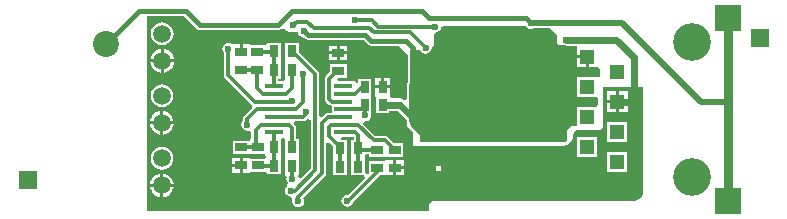
<source format=gbl>
G04*
G04 #@! TF.GenerationSoftware,Altium Limited,Altium Designer,20.2.8 (258)*
G04*
G04 Layer_Physical_Order=2*
G04 Layer_Color=16711680*
%FSLAX44Y44*%
%MOMM*%
G71*
G04*
G04 #@! TF.SameCoordinates,4D5F3794-43FA-4540-8921-81CDE4861B0F*
G04*
G04*
G04 #@! TF.FilePolarity,Positive*
G04*
G01*
G75*
%ADD12R,0.7500X1.0000*%
%ADD14R,1.5000X1.5000*%
%ADD16R,1.0000X0.7500*%
%ADD39C,0.3000*%
%ADD45C,0.4000*%
%ADD46C,0.5000*%
%ADD47C,0.6000*%
%ADD48C,0.8000*%
%ADD49C,0.3500*%
%ADD50C,1.5000*%
%ADD51C,3.2000*%
%ADD52R,2.2000X2.2000*%
%ADD53R,1.3000X1.3000*%
%ADD54C,2.2000*%
%ADD55C,0.6000*%
%ADD56R,1.5000X0.4000*%
G36*
X431657Y70500D02*
X432395Y69395D01*
X434049Y68290D01*
X436000Y67902D01*
X437951Y68290D01*
X438133Y68412D01*
X452588D01*
X458000Y63000D01*
Y56000D01*
X460000Y54000D01*
X465508D01*
X466000Y53902D01*
X472481D01*
X474810Y53490D01*
X474810Y51402D01*
Y45720D01*
X483850D01*
Y44450D01*
X485120D01*
Y35410D01*
X492500D01*
X492890Y35410D01*
X495000Y34469D01*
Y27494D01*
X494850Y27394D01*
X492350Y27550D01*
Y27550D01*
X475350D01*
Y10550D01*
X490500D01*
X492350Y10550D01*
X493000Y8319D01*
Y4381D01*
X492350Y2150D01*
X475350D01*
Y-14000D01*
X471000D01*
X467000Y-18000D01*
Y-25000D01*
X464000Y-28000D01*
X342000D01*
Y-19000D01*
X333000Y-10000D01*
Y20095D01*
X333211Y21155D01*
X333617Y21763D01*
X333694Y21949D01*
X333806Y22116D01*
X333845Y22313D01*
X333922Y22498D01*
Y22699D01*
X333961Y22896D01*
Y46155D01*
X333957Y46175D01*
X333960Y46196D01*
X333879Y46565D01*
X333806Y46935D01*
X333794Y46952D01*
X333789Y46973D01*
X333573Y47283D01*
X333428Y47500D01*
X333649Y48615D01*
X334090Y50000D01*
X342323D01*
X343395Y48395D01*
X345049Y47290D01*
X347000Y46902D01*
X348951Y47290D01*
X350605Y48395D01*
X351710Y50049D01*
X352098Y52000D01*
X352082Y52082D01*
X354000Y54000D01*
Y62754D01*
X355000Y64902D01*
X356951Y65290D01*
X358605Y66395D01*
X359710Y68049D01*
X360098Y70000D01*
X362547Y70500D01*
X431657Y70500D01*
D02*
G37*
G36*
X153116Y68116D02*
X153116Y68116D01*
X154439Y67232D01*
X156000Y66922D01*
X222000D01*
X222000Y66922D01*
X223561Y67232D01*
X224378Y67778D01*
X225490Y67992D01*
X227818Y67515D01*
X228290Y67042D01*
X229757Y66062D01*
X231387Y65387D01*
X233118Y65043D01*
X234000Y65000D01*
X239101D01*
X239290Y64049D01*
X240395Y62395D01*
X242049Y61290D01*
X243164Y61068D01*
X244116Y60116D01*
X244116Y60116D01*
X245439Y59232D01*
X247000Y58922D01*
X247000Y58922D01*
X294311D01*
X298116Y55116D01*
X299439Y54232D01*
X301000Y53922D01*
X301000Y53922D01*
X323834D01*
X331922Y46155D01*
Y22896D01*
X331290Y21951D01*
X330902Y20000D01*
Y8556D01*
X329617Y8024D01*
X328402Y7740D01*
X326951Y8710D01*
X325000Y9098D01*
X317243D01*
X316910Y11460D01*
X316910Y13276D01*
Y17730D01*
X310620D01*
X304330D01*
Y13276D01*
X304330Y11460D01*
X304870Y9184D01*
Y-3000D01*
X316370D01*
Y-1098D01*
X322888D01*
X330902Y-9112D01*
Y-12000D01*
X331290Y-13951D01*
X332395Y-15605D01*
X336000Y-19210D01*
Y-31000D01*
X463000D01*
X463882Y-30957D01*
X465613Y-30613D01*
X467243Y-29938D01*
X468710Y-28958D01*
X469958Y-27710D01*
X470938Y-26243D01*
X471613Y-24613D01*
X471957Y-22882D01*
X472000Y-22000D01*
Y-21204D01*
X472609Y-19734D01*
X473734Y-18609D01*
X475204Y-18000D01*
X493000D01*
X493781Y-17924D01*
X495223Y-17327D01*
X496327Y-16223D01*
X496924Y-14781D01*
X497000Y-14000D01*
X497000Y19000D01*
X531000D01*
Y-69000D01*
X531000Y-69000D01*
Y-69886D01*
X530654Y-71625D01*
X529976Y-73263D01*
X528991Y-74737D01*
X527737Y-75991D01*
X526263Y-76976D01*
X524625Y-77654D01*
X522886Y-78000D01*
X522000Y-78000D01*
X354000D01*
X354000Y-78000D01*
X353220Y-78077D01*
X351778Y-78674D01*
X350674Y-79778D01*
X350077Y-81220D01*
X350000Y-82000D01*
Y-86000D01*
X111000Y-86000D01*
Y78922D01*
X142311D01*
X153116Y68116D01*
D02*
G37*
%LPC*%
G36*
X482580Y43180D02*
X474810D01*
Y35410D01*
X482580D01*
Y43180D01*
D02*
G37*
G36*
X124000Y73582D02*
X121520Y73256D01*
X119209Y72298D01*
X117225Y70775D01*
X115702Y68791D01*
X114745Y66480D01*
X114418Y64000D01*
X114745Y61520D01*
X115702Y59209D01*
X117225Y57224D01*
X119209Y55702D01*
X121520Y54745D01*
X124000Y54418D01*
X126480Y54745D01*
X128791Y55702D01*
X130775Y57224D01*
X132298Y59209D01*
X133256Y61520D01*
X133582Y64000D01*
X133256Y66480D01*
X132298Y68791D01*
X130775Y70775D01*
X128791Y72298D01*
X126480Y73256D01*
X124000Y73582D01*
D02*
G37*
G36*
X280540Y53910D02*
X274270D01*
Y48890D01*
X280540D01*
Y53910D01*
D02*
G37*
G36*
X271730D02*
X265460D01*
Y48890D01*
X271730D01*
Y53910D01*
D02*
G37*
G36*
X125270Y50959D02*
Y42270D01*
X133959D01*
X133782Y43621D01*
X132770Y46063D01*
X131161Y48161D01*
X129063Y49770D01*
X126621Y50782D01*
X125270Y50959D01*
D02*
G37*
G36*
X122730D02*
X121379Y50782D01*
X118937Y49770D01*
X116839Y48161D01*
X115230Y46063D01*
X114218Y43621D01*
X114041Y42270D01*
X122730D01*
Y50959D01*
D02*
G37*
G36*
X280540Y46350D02*
X274270D01*
Y41330D01*
X280540D01*
Y46350D01*
D02*
G37*
G36*
X271730D02*
X265460D01*
Y41330D01*
X271730D01*
Y46350D01*
D02*
G37*
G36*
X133959Y39730D02*
X125270D01*
Y31041D01*
X126621Y31218D01*
X129063Y32230D01*
X131161Y33839D01*
X132770Y35937D01*
X133782Y38379D01*
X133959Y39730D01*
D02*
G37*
G36*
X122730D02*
X114041D01*
X114218Y38379D01*
X115230Y35937D01*
X116839Y33839D01*
X118937Y32230D01*
X121379Y31218D01*
X122730Y31041D01*
Y39730D01*
D02*
G37*
G36*
X316910Y26540D02*
X311890D01*
Y20270D01*
X316910D01*
Y26540D01*
D02*
G37*
G36*
X309350D02*
X304330D01*
Y20270D01*
X309350D01*
Y26540D01*
D02*
G37*
G36*
X518290Y15390D02*
X510520D01*
Y7620D01*
X518290D01*
Y15390D01*
D02*
G37*
G36*
X507980D02*
X500210D01*
Y7620D01*
X507980D01*
Y15390D01*
D02*
G37*
G36*
X123730Y21132D02*
X121250Y20805D01*
X118939Y19848D01*
X116955Y18326D01*
X115432Y16341D01*
X114475Y14030D01*
X114148Y11550D01*
X114475Y9070D01*
X115432Y6759D01*
X116955Y4775D01*
X118939Y3252D01*
X121250Y2295D01*
X123730Y1968D01*
X126210Y2295D01*
X128521Y3252D01*
X130506Y4775D01*
X132028Y6759D01*
X132985Y9070D01*
X133312Y11550D01*
X132985Y14030D01*
X132028Y16341D01*
X130506Y18326D01*
X128521Y19848D01*
X126210Y20805D01*
X123730Y21132D01*
D02*
G37*
G36*
X518290Y5080D02*
X510520D01*
Y-2690D01*
X518290D01*
Y5080D01*
D02*
G37*
G36*
X507980D02*
X500210D01*
Y-2690D01*
X507980D01*
Y5080D01*
D02*
G37*
G36*
X180000Y56098D02*
X178049Y55710D01*
X176395Y54605D01*
X175290Y52951D01*
X174902Y51000D01*
X175290Y49049D01*
X176177Y47722D01*
Y29000D01*
X176468Y27537D01*
X177296Y26296D01*
X199796Y3796D01*
X200253Y810D01*
X200224Y733D01*
X193477Y-6015D01*
X192703Y-7173D01*
X192431Y-8539D01*
Y-9371D01*
X192395Y-9395D01*
X191290Y-11049D01*
X190902Y-13000D01*
X191290Y-14951D01*
X192395Y-16605D01*
X194049Y-17710D01*
X196000Y-18098D01*
X196971Y-17905D01*
X199111Y-19291D01*
X199431Y-19727D01*
Y-24723D01*
X198000Y-26630D01*
X184000D01*
Y-38130D01*
X195500D01*
X198000Y-38130D01*
Y-38130D01*
X198000D01*
Y-38130D01*
X210606D01*
X211675Y-40630D01*
X210490Y-41870D01*
X198540D01*
Y-41330D01*
X192270D01*
Y-47620D01*
Y-53910D01*
X198540D01*
Y-53370D01*
X212000D01*
X212630Y-55000D01*
X224130D01*
Y-41000D01*
X224130D01*
Y-39000D01*
X224130D01*
Y-25000D01*
X226000Y-23507D01*
X227870Y-25000D01*
X227870Y-25826D01*
Y-39000D01*
X227870D01*
Y-41000D01*
X227870D01*
Y-55000D01*
X227870D01*
X228962Y-57048D01*
X229200Y-57500D01*
X228902Y-59000D01*
X229290Y-60951D01*
X230092Y-62151D01*
X230359Y-62747D01*
X229733Y-65169D01*
X229395Y-65395D01*
X228290Y-67049D01*
X227902Y-69000D01*
X228290Y-70951D01*
X229395Y-72605D01*
X231049Y-73710D01*
X232635Y-74026D01*
X233559Y-75154D01*
X234219Y-76404D01*
X233902Y-78000D01*
X234290Y-79951D01*
X235395Y-81605D01*
X237049Y-82710D01*
X239000Y-83098D01*
X240951Y-82710D01*
X242605Y-81605D01*
X243710Y-79951D01*
X244098Y-78000D01*
X243710Y-76049D01*
X243024Y-75023D01*
X261523Y-56523D01*
X262297Y-55366D01*
X262569Y-54000D01*
Y-28882D01*
X264878Y-27925D01*
X268630Y-31677D01*
Y-40000D01*
X268630D01*
Y-42000D01*
X268630D01*
Y-56000D01*
X280130D01*
Y-42000D01*
X280130D01*
Y-40000D01*
X280130D01*
Y-26000D01*
X275483D01*
X275286Y-25705D01*
X276465Y-23500D01*
X286051D01*
Y-26000D01*
X283870D01*
Y-40000D01*
X283870D01*
Y-42000D01*
X283870D01*
Y-56000D01*
X293093D01*
X294418Y-56000D01*
X295512Y-58441D01*
X281318Y-72635D01*
X280770Y-72526D01*
X278819Y-72914D01*
X277165Y-74019D01*
X276060Y-75673D01*
X275672Y-77624D01*
X276060Y-79574D01*
X277165Y-81228D01*
X278819Y-82333D01*
X280770Y-82722D01*
X282721Y-82333D01*
X284375Y-81228D01*
X285480Y-79574D01*
X285730Y-78317D01*
X308523Y-55523D01*
X308626Y-55370D01*
X311184D01*
X313460Y-55910D01*
X315276Y-55910D01*
X319730D01*
Y-49620D01*
Y-43330D01*
X315276D01*
X313460Y-43330D01*
X311184Y-43870D01*
X299000D01*
Y-54037D01*
X297870Y-54889D01*
X295523Y-53794D01*
X295370Y-53643D01*
Y-42000D01*
X295370D01*
Y-40448D01*
X296453Y-37949D01*
X299000D01*
Y-40130D01*
X313000D01*
X313000Y-40130D01*
X314000D01*
Y-40130D01*
X315500Y-40130D01*
X328000D01*
Y-28630D01*
X320297D01*
X315143Y-23477D01*
X313986Y-22703D01*
X312620Y-22431D01*
X304478D01*
X294369Y-12323D01*
X295601Y-10019D01*
X296000Y-10098D01*
X297951Y-9710D01*
X299605Y-8605D01*
X300710Y-6951D01*
X301008Y-5450D01*
X301098Y-5000D01*
X301130Y-3000D01*
X301130Y-3000D01*
Y11000D01*
X301130Y11000D01*
Y12000D01*
X301130D01*
X301130Y13500D01*
Y26000D01*
X289630D01*
Y22520D01*
X289210Y22239D01*
X286710Y23500D01*
Y23500D01*
X273407D01*
X272071Y26000D01*
X272492Y26630D01*
X280000D01*
Y38130D01*
X266000D01*
Y32047D01*
X262477Y28523D01*
X261703Y27366D01*
X261431Y26000D01*
Y9000D01*
X261703Y7634D01*
X262477Y6477D01*
X264977Y3977D01*
X266134Y3203D01*
X267500Y2931D01*
X267710D01*
Y-2931D01*
X264500D01*
X263134Y-3203D01*
X261977Y-3977D01*
X259046Y-6908D01*
X256736Y-5951D01*
Y29453D01*
X256465Y30818D01*
X255691Y31976D01*
X239370Y48297D01*
Y56000D01*
X227870D01*
Y42500D01*
X227870Y42000D01*
X227870D01*
Y40000D01*
X227870D01*
Y26000D01*
X227870D01*
X227969Y25409D01*
X226355Y23500D01*
X222359D01*
Y26000D01*
X224130D01*
Y40000D01*
X224130D01*
Y42000D01*
X224130D01*
Y56000D01*
X212630D01*
Y56000D01*
X211000Y54370D01*
X198540D01*
Y54910D01*
X192270D01*
Y48620D01*
X189730D01*
Y54910D01*
X183460D01*
X183460Y54910D01*
X182567Y55298D01*
X181951Y55710D01*
X180000Y56098D01*
D02*
G37*
G36*
X125000Y-1490D02*
Y-10180D01*
X133689D01*
X133512Y-8829D01*
X132500Y-6387D01*
X130891Y-4289D01*
X128793Y-2680D01*
X126351Y-1668D01*
X125000Y-1490D01*
D02*
G37*
G36*
X122460D02*
X121109Y-1668D01*
X118667Y-2680D01*
X116569Y-4289D01*
X114960Y-6387D01*
X113948Y-8829D01*
X113771Y-10180D01*
X122460D01*
Y-1490D01*
D02*
G37*
G36*
X133689Y-12720D02*
X125000D01*
Y-21409D01*
X126351Y-21232D01*
X128793Y-20220D01*
X130891Y-18611D01*
X132500Y-16513D01*
X133512Y-14071D01*
X133689Y-12720D01*
D02*
G37*
G36*
X122460D02*
X113771D01*
X113948Y-14071D01*
X114960Y-16513D01*
X116569Y-18611D01*
X118667Y-20220D01*
X121109Y-21232D01*
X122460Y-21409D01*
Y-12720D01*
D02*
G37*
G36*
X517750Y-10550D02*
X500750D01*
Y-27550D01*
X517750D01*
Y-10550D01*
D02*
G37*
G36*
X492350Y-23250D02*
X475350D01*
Y-40250D01*
X492350D01*
Y-23250D01*
D02*
G37*
G36*
X189730Y-41330D02*
X183460D01*
Y-46350D01*
X189730D01*
Y-41330D01*
D02*
G37*
G36*
X322270Y-43330D02*
Y-48350D01*
X328540D01*
Y-43330D01*
X322270D01*
D02*
G37*
G36*
X123660Y-31868D02*
X121180Y-32195D01*
X118869Y-33152D01*
X116885Y-34675D01*
X115362Y-36659D01*
X114405Y-38970D01*
X114078Y-41450D01*
X114405Y-43930D01*
X115362Y-46241D01*
X116885Y-48225D01*
X118869Y-49748D01*
X121180Y-50705D01*
X123660Y-51032D01*
X126140Y-50705D01*
X128451Y-49748D01*
X130435Y-48225D01*
X131958Y-46241D01*
X132915Y-43930D01*
X133242Y-41450D01*
X132915Y-38970D01*
X131958Y-36659D01*
X130435Y-34675D01*
X128451Y-33152D01*
X126140Y-32195D01*
X123660Y-31868D01*
D02*
G37*
G36*
X360000Y-48000D02*
X356000D01*
Y-52000D01*
X360000D01*
Y-48000D01*
D02*
G37*
G36*
X517750Y-35950D02*
X500750D01*
Y-52950D01*
X517750D01*
Y-35950D01*
D02*
G37*
G36*
X189730Y-48890D02*
X183460D01*
Y-53910D01*
X189730D01*
Y-48890D01*
D02*
G37*
G36*
X328540Y-50890D02*
X322270D01*
Y-55910D01*
X328540D01*
Y-50890D01*
D02*
G37*
G36*
X124930Y-54491D02*
Y-63180D01*
X133619D01*
X133442Y-61829D01*
X132430Y-59387D01*
X130821Y-57289D01*
X128723Y-55680D01*
X126281Y-54668D01*
X124930Y-54491D01*
D02*
G37*
G36*
X122390D02*
X121039Y-54668D01*
X118597Y-55680D01*
X116499Y-57289D01*
X114890Y-59387D01*
X113878Y-61829D01*
X113701Y-63180D01*
X122390D01*
Y-54491D01*
D02*
G37*
G36*
X133619Y-65720D02*
X124930D01*
Y-74409D01*
X126281Y-74232D01*
X128723Y-73220D01*
X130821Y-71611D01*
X132430Y-69513D01*
X133442Y-67071D01*
X133619Y-65720D01*
D02*
G37*
G36*
X122390D02*
X113701D01*
X113878Y-67071D01*
X114890Y-69513D01*
X116499Y-71611D01*
X118597Y-73220D01*
X121039Y-74232D01*
X122390Y-74409D01*
Y-65720D01*
D02*
G37*
%LPD*%
G36*
X249511Y-8947D02*
X249599Y-9044D01*
Y-50354D01*
X241532Y-58421D01*
X238819Y-57599D01*
X238800Y-57500D01*
X239370Y-55000D01*
X239370Y-55000D01*
Y-41000D01*
X239370D01*
Y-39000D01*
X239370D01*
Y-25000D01*
X237569D01*
Y-16000D01*
X237297Y-14634D01*
X236523Y-13477D01*
X235615Y-12569D01*
X236651Y-10069D01*
X243500D01*
X244866Y-9797D01*
X246023Y-9023D01*
X247099Y-7948D01*
X249511Y-8947D01*
D02*
G37*
D12*
X310620Y19000D02*
D03*
X295380D02*
D03*
X289620Y-49000D02*
D03*
X274380D02*
D03*
X289620Y-33000D02*
D03*
X274380D02*
D03*
X218380Y-48000D02*
D03*
X233620D02*
D03*
X218380Y-32000D02*
D03*
X233620D02*
D03*
X218380Y33000D02*
D03*
X233620D02*
D03*
X218380Y49000D02*
D03*
X233620D02*
D03*
X310620Y4000D02*
D03*
X295380D02*
D03*
D14*
X10000Y-60000D02*
D03*
X630000Y60000D02*
D03*
D16*
X273000Y47620D02*
D03*
Y32380D02*
D03*
X306000Y-34380D02*
D03*
Y-49620D02*
D03*
X321000Y-34380D02*
D03*
Y-49620D02*
D03*
X191000Y-32380D02*
D03*
Y-47620D02*
D03*
X205000D02*
D03*
Y-32380D02*
D03*
X204000Y33380D02*
D03*
Y48620D02*
D03*
X191000Y33380D02*
D03*
Y48620D02*
D03*
D39*
X218790Y48590D02*
G03*
X218380Y49000I-410J0D01*
G01*
X218000Y48620D02*
G03*
X218380Y49000I0J380D01*
G01*
X234000Y32428D02*
G03*
X234240Y32380I240J572D01*
G01*
X234000Y32620D02*
G03*
X233620Y33000I-380J0D01*
G01*
D02*
G03*
X234000Y32428I620J0D01*
G01*
X218380Y-48000D02*
G03*
X218790Y-47590I0J410D01*
G01*
X203000Y-47620D02*
G03*
X203380Y-48000I380J0D01*
G01*
X233620Y-32000D02*
G03*
X235000Y-33380I1380J0D01*
G01*
X233620Y-32000D02*
G03*
X234000Y-31620I0J380D01*
G01*
X281376Y-77624D02*
X306000Y-53000D01*
X280770Y-77624D02*
X281376D01*
X306000Y-53000D02*
Y-49620D01*
X239000Y-78000D02*
Y-74000D01*
X259000Y-54000D02*
Y-12000D01*
X237000Y0D02*
X243000Y6000D01*
X204539Y0D02*
X237000D01*
X243000Y6000D02*
Y30000D01*
X277686Y476D02*
X291856D01*
X277210Y0D02*
X277686Y476D01*
X291856D02*
X295380Y4000D01*
Y-4380D02*
X296000Y-5000D01*
X295380Y-4380D02*
Y4000D01*
X299332Y68668D02*
X303000Y65000D01*
X334000D02*
X347000Y52000D01*
X303000Y65000D02*
X334000D01*
X301739Y75261D02*
X307000Y70000D01*
X355000D01*
X287349Y75261D02*
X301739D01*
X252208Y68668D02*
X299332D01*
X246875Y74000D02*
X252208Y68668D01*
X238000Y74000D02*
X246875D01*
X235000Y71000D02*
X238000Y74000D01*
X293000Y19000D02*
X295380D01*
X239000Y-74000D02*
X259000Y-54000D01*
X204000Y18000D02*
Y33380D01*
Y18000D02*
X209000Y13000D01*
X312620Y-26000D02*
X321000Y-34380D01*
X303000Y-26000D02*
X312620D01*
X290000Y-13000D02*
X303000Y-26000D01*
X277210Y-13000D02*
X290000D01*
X218790Y19500D02*
Y48590D01*
X204000Y48620D02*
X218000D01*
X203000D02*
X204000D01*
X234000Y32428D02*
Y32620D01*
Y18000D02*
Y32428D01*
X218790Y-47590D02*
Y-19500D01*
X203380Y-48000D02*
X218380D01*
X203000Y-32380D02*
Y-18000D01*
X234000Y-31620D02*
Y-16000D01*
X231000Y-13000D02*
X234000Y-16000D01*
X218790Y-13000D02*
X231000D01*
X203000Y-18000D02*
X208000Y-13000D01*
X218790Y13000D02*
X229000D01*
X234000Y18000D01*
X236000Y-69000D02*
X253167Y-51832D01*
X233000Y-69000D02*
X236000D01*
X253167Y-51832D02*
Y29453D01*
X289620Y-33000D02*
X291000Y-34380D01*
X306000D01*
X259000Y-12000D02*
X264500Y-6500D01*
X233620Y49000D02*
X253167Y29453D01*
X243500Y-6500D02*
X245952Y-4048D01*
Y-2461D01*
X203000Y-32380D02*
X205000D01*
X191000D02*
X203000D01*
X274380Y-33000D02*
Y-32380D01*
X265000Y-23000D02*
X274380Y-32380D01*
X265000Y-23000D02*
Y-15000D01*
X267000Y-13000D01*
X277210D01*
X191000Y33380D02*
X203000D01*
X289620Y-33000D02*
Y-21620D01*
X287500Y-19500D02*
X289620Y-21620D01*
X277210Y-19500D02*
X287500D01*
X274380Y-49000D02*
Y-33000D01*
X265000Y26000D02*
X270000Y31000D01*
X264500Y-6500D02*
X277210D01*
X233620Y-58620D02*
Y-48000D01*
X196000Y-8539D02*
X204539Y0D01*
X265000Y9000D02*
Y26000D01*
Y9000D02*
X267500Y6500D01*
X277210D01*
X287000Y13000D02*
X293000Y19000D01*
X277210Y13000D02*
X287000D01*
X218790Y-6500D02*
X243500D01*
X196000Y-13000D02*
Y-8539D01*
X289620Y-49000D02*
Y-33000D01*
X209000Y13000D02*
X218790D01*
X208000Y-13000D02*
X218790D01*
D45*
X234000Y83000D02*
X344000D01*
X104000D02*
X144000D01*
X222000Y71000D02*
X234000Y83000D01*
X156000Y71000D02*
X222000D01*
X144000Y83000D02*
X156000Y71000D01*
X76000Y55000D02*
X104000Y83000D01*
X336000Y20000D02*
Y52000D01*
X296000Y63000D02*
X301000Y58000D01*
X330000D02*
X336000Y52000D01*
X301000Y58000D02*
X330000D01*
X344000Y83000D02*
X350000Y77000D01*
X432000D02*
X436000Y73000D01*
X350000Y77000D02*
X432000D01*
X247000Y63000D02*
X296000D01*
X244000Y66000D02*
X247000Y63000D01*
D46*
X603000Y6000D02*
X603250D01*
X580000D02*
X603000D01*
X436000Y73000D02*
X513000D01*
X580000Y6000D01*
D47*
X336000Y-12000D02*
X345000Y-21000D01*
X336000Y-7000D02*
Y20000D01*
X345000Y-21000D02*
X347000Y-19000D01*
Y-19000D01*
X523000Y10000D02*
Y44000D01*
X336000Y-12000D02*
Y-7000D01*
X310620Y4000D02*
X325000D01*
X336000Y-7000D01*
X519350Y6350D02*
X523000Y10000D01*
X508000Y59000D02*
X523000Y44000D01*
X466000Y59000D02*
X508000D01*
X509250Y6350D02*
X519350D01*
D48*
X603250Y-77500D02*
Y6000D01*
Y77500D01*
D49*
X180000Y29000D02*
X202500Y6500D01*
X180000Y29000D02*
Y51000D01*
X202500Y6500D02*
X218790D01*
X233389D01*
X234039Y7150D01*
D50*
X123660Y-41450D02*
D03*
X123730Y11550D02*
D03*
X123730Y-11450D02*
D03*
X123660Y-64450D02*
D03*
X124000Y41000D02*
D03*
Y64000D02*
D03*
D51*
X572750Y-57150D02*
D03*
Y57150D02*
D03*
D52*
X603250Y77500D02*
D03*
Y-77500D02*
D03*
D53*
X509250Y-44450D02*
D03*
X483850Y-31750D02*
D03*
X509250Y-19050D02*
D03*
X483850Y-6350D02*
D03*
X509250Y6350D02*
D03*
X483850Y19050D02*
D03*
X509250Y31750D02*
D03*
X483850Y44450D02*
D03*
D54*
X76000Y55000D02*
D03*
D55*
X280770Y-77624D02*
D03*
X239000Y-78000D02*
D03*
X243000Y30000D02*
D03*
X355000Y70000D02*
D03*
X287349Y75261D02*
D03*
X235000Y71000D02*
D03*
X244000Y66000D02*
D03*
X347000Y52000D02*
D03*
Y-19000D02*
D03*
X423000Y56000D02*
D03*
X603000Y6000D02*
D03*
X180000Y51000D02*
D03*
X299000Y31000D02*
D03*
X253000Y54000D02*
D03*
X528000Y16000D02*
D03*
X115000Y75000D02*
D03*
X246121Y-39207D02*
D03*
X296000Y-5000D02*
D03*
X226000Y65000D02*
D03*
X114000Y32000D02*
D03*
Y-31000D02*
D03*
Y-83000D02*
D03*
X225000D02*
D03*
X528000Y-23000D02*
D03*
X524000Y-73000D02*
D03*
X467000Y-64000D02*
D03*
Y-45000D02*
D03*
X384000Y-50000D02*
D03*
X332000D02*
D03*
X261000Y1000D02*
D03*
X196000Y2000D02*
D03*
X245952Y-2461D02*
D03*
X233000Y-69000D02*
D03*
X200000Y-59000D02*
D03*
X162000Y-83000D02*
D03*
X170000Y29000D02*
D03*
X265731Y-55339D02*
D03*
X192000Y64000D02*
D03*
X234000Y-59000D02*
D03*
X436000Y73000D02*
D03*
X466000Y59000D02*
D03*
X357000Y0D02*
D03*
X389000D02*
D03*
Y25000D02*
D03*
Y52000D02*
D03*
X464000Y-4000D02*
D03*
Y-25000D02*
D03*
X427000D02*
D03*
X234039Y7150D02*
D03*
X196000Y-13000D02*
D03*
X187000Y-21000D02*
D03*
X426000Y-52000D02*
D03*
Y-72000D02*
D03*
D56*
X218790Y-19500D02*
D03*
Y-13000D02*
D03*
Y-6500D02*
D03*
Y0D02*
D03*
Y6500D02*
D03*
Y13000D02*
D03*
Y19500D02*
D03*
X277210D02*
D03*
Y13000D02*
D03*
Y6500D02*
D03*
Y0D02*
D03*
Y-6500D02*
D03*
Y-13000D02*
D03*
Y-19500D02*
D03*
M02*

</source>
